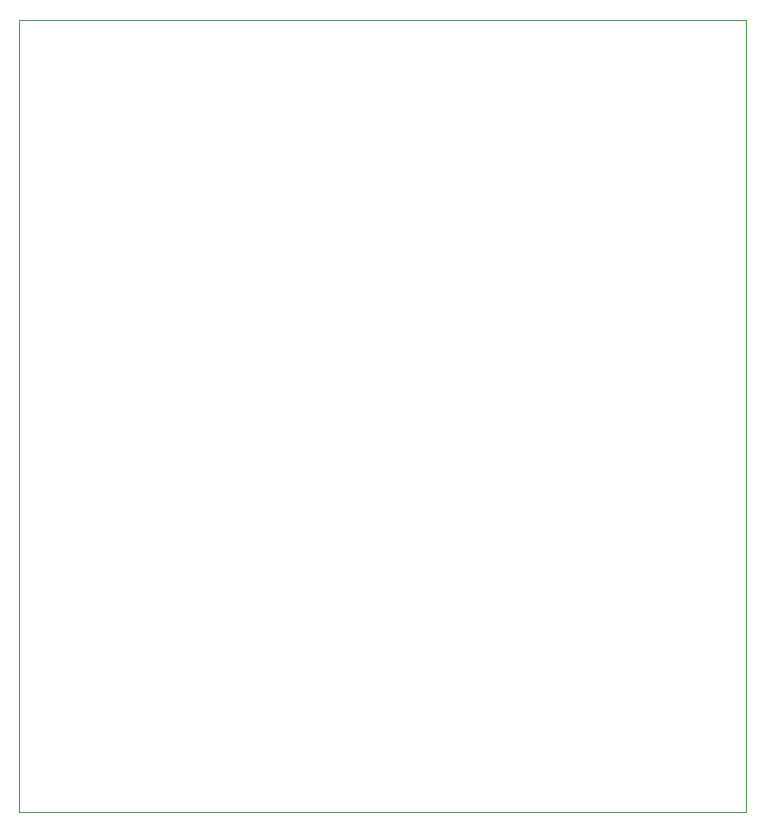
<source format=gm1>
G04 #@! TF.GenerationSoftware,KiCad,Pcbnew,(6.0.2)*
G04 #@! TF.CreationDate,2022-12-04T09:30:56-08:00*
G04 #@! TF.ProjectId,robot_pcb,726f626f-745f-4706-9362-2e6b69636164,rev?*
G04 #@! TF.SameCoordinates,Original*
G04 #@! TF.FileFunction,Profile,NP*
%FSLAX46Y46*%
G04 Gerber Fmt 4.6, Leading zero omitted, Abs format (unit mm)*
G04 Created by KiCad (PCBNEW (6.0.2)) date 2022-12-04 09:30:56*
%MOMM*%
%LPD*%
G01*
G04 APERTURE LIST*
G04 #@! TA.AperFunction,Profile*
%ADD10C,0.050000*%
G04 #@! TD*
G04 APERTURE END LIST*
D10*
X155575000Y-111125000D02*
X93980000Y-111125000D01*
X93980000Y-111125000D02*
X93980000Y-44069000D01*
X93980000Y-44069000D02*
X155575000Y-44069000D01*
X155575000Y-44069000D02*
X155575000Y-111125000D01*
M02*

</source>
